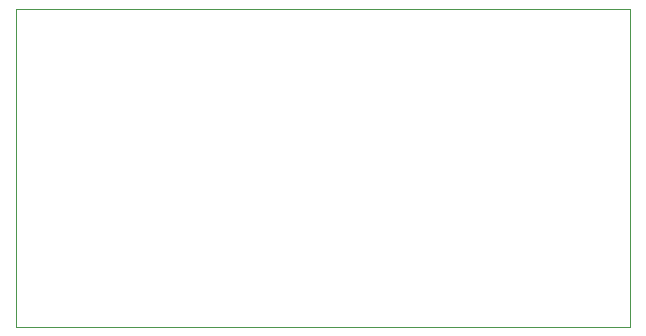
<source format=gm1>
%TF.GenerationSoftware,KiCad,Pcbnew,8.0.4*%
%TF.CreationDate,2025-01-04T18:25:06+00:00*%
%TF.ProjectId,breadboard_usb,62726561-6462-46f6-9172-645f7573622e,rev?*%
%TF.SameCoordinates,Original*%
%TF.FileFunction,Profile,NP*%
%FSLAX46Y46*%
G04 Gerber Fmt 4.6, Leading zero omitted, Abs format (unit mm)*
G04 Created by KiCad (PCBNEW 8.0.4) date 2025-01-04 18:25:06*
%MOMM*%
%LPD*%
G01*
G04 APERTURE LIST*
%TA.AperFunction,Profile*%
%ADD10C,0.100000*%
%TD*%
G04 APERTURE END LIST*
D10*
X50000000Y-50000000D02*
X102000000Y-50000000D01*
X102000000Y-77000000D01*
X50000000Y-77000000D01*
X50000000Y-50000000D01*
M02*

</source>
